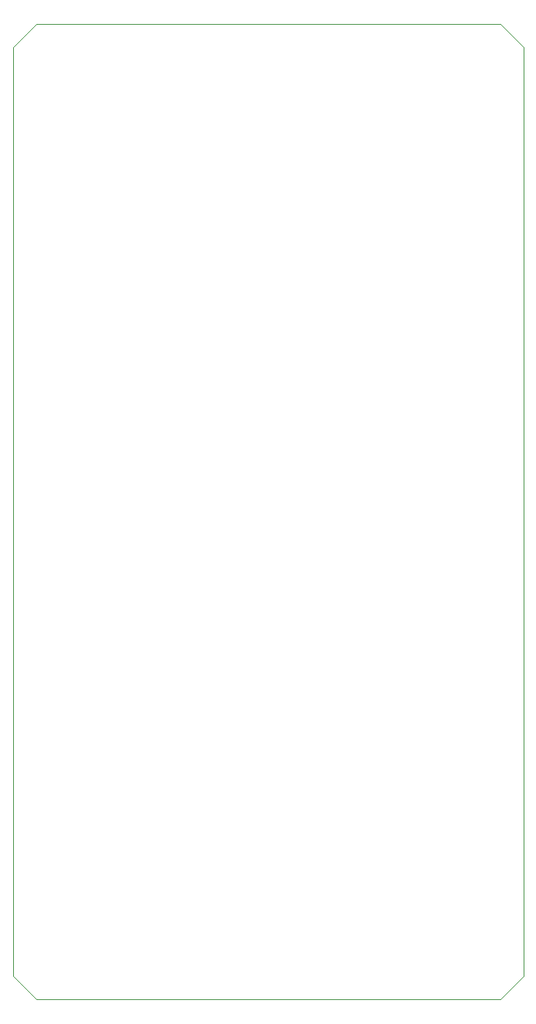
<source format=gm1>
G04 #@! TF.GenerationSoftware,KiCad,Pcbnew,8.0.3*
G04 #@! TF.CreationDate,2024-08-19T01:24:22-04:00*
G04 #@! TF.ProjectId,smoke-detector-interface,736d6f6b-652d-4646-9574-6563746f722d,rev?*
G04 #@! TF.SameCoordinates,Original*
G04 #@! TF.FileFunction,Profile,NP*
%FSLAX46Y46*%
G04 Gerber Fmt 4.6, Leading zero omitted, Abs format (unit mm)*
G04 Created by KiCad (PCBNEW 8.0.3) date 2024-08-19 01:24:22*
%MOMM*%
%LPD*%
G01*
G04 APERTURE LIST*
G04 #@! TA.AperFunction,Profile*
%ADD10C,0.050000*%
G04 #@! TD*
G04 APERTURE END LIST*
D10*
X153670000Y-55880000D02*
X153670000Y-157480000D01*
X151130000Y-160020000D01*
X100330000Y-160020000D01*
X97790000Y-157480000D01*
X97790000Y-55880000D01*
X100330000Y-53340000D01*
X151130000Y-53340000D01*
X153670000Y-55880000D01*
M02*

</source>
